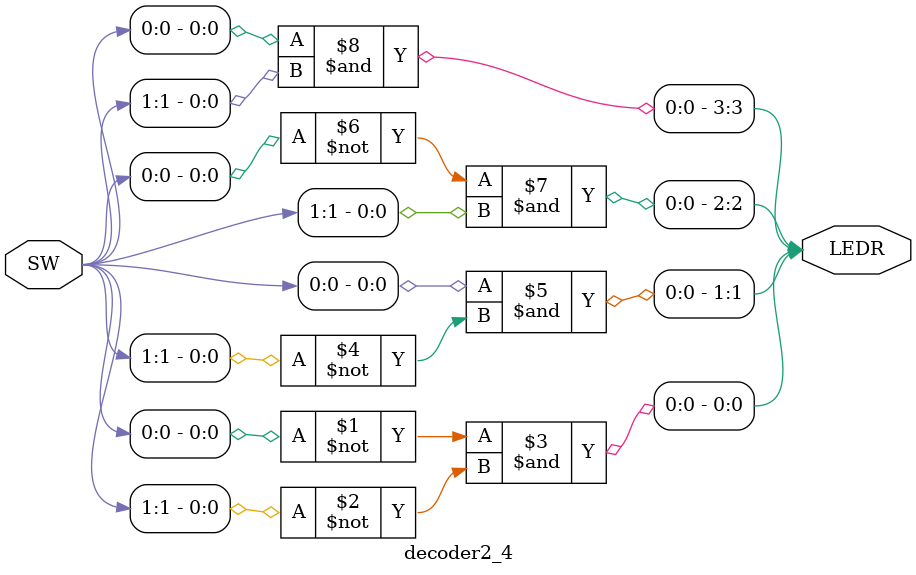
<source format=sv>
module decoder2_4(input  logic [1:0]SW,
			  output logic [3:0] LEDR);
/**
 * Decoder from two inputs to four ouputs.
 * Here, the two inputs are Switch 1 and Switch 2
 * and the output are the four LEDs on the board
 */
	assign LEDR[0] = ~SW[0] & ~SW[1];
	assign LEDR[1] = SW[0] & ~SW[1];
	assign LEDR[2] = ~SW[0] & SW[1];
	assign LEDR[3] = SW[0] & SW[1];
endmodule
</source>
